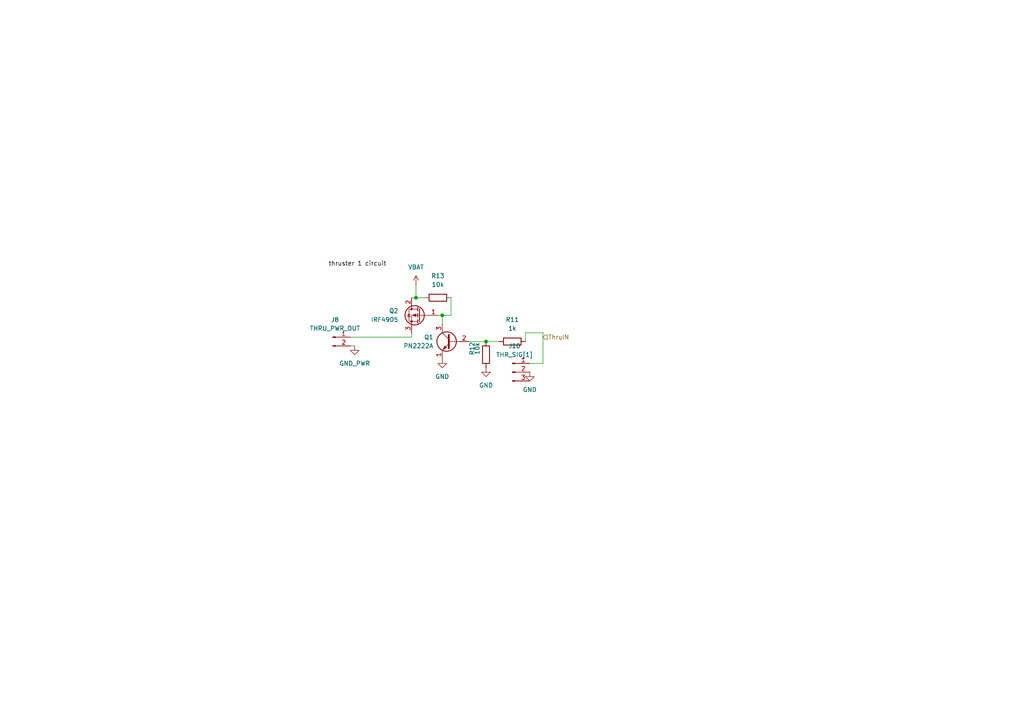
<source format=kicad_sch>
(kicad_sch (version 20250114) (generator "eeschema") (generator_version "9.0")
  (paper "A4")
  (lib_symbols
    (symbol "Connector:Conn_01x02_Pin" (pin_names (offset 1.016) (hide yes))
      (property "Reference" "J" (at 0 2.54 0))
      (property "Value" "Conn_01x02_Pin" (at 0 -5.08 0))
      (symbol "Conn_01x02_Pin_1_1"
        (rectangle (start 0.8636 0.127) (end 0 -0.127) (stroke (width 0.1524)) (fill (type outline)))
        (rectangle (start 0.8636 -2.413) (end 0 -2.667) (stroke (width 0.1524)) (fill (type outline)))
        (polyline (pts (xy 1.27 0) (xy 0.8636 0)) (stroke (width 0.1524)))
        (polyline (pts (xy 1.27 -2.54) (xy 0.8636 -2.54)) (stroke (width 0.1524)))
        (pin passive line (at 5.08 0 180) (length 3.81) (name "Pin_1") (number "1"))
        (pin passive line (at 5.08 -2.54 180) (length 3.81) (name "Pin_2") (number "2"))
      )
    )
    (symbol "Connector:Conn_01x03_Pin" (pin_names (offset 1.016) (hide yes))
      (property "Reference" "J" (at 0 5.08 0))
      (property "Value" "Conn_01x03_Pin" (at 0 -5.08 0))
      (symbol "Conn_01x03_Pin_1_1"
        (rectangle (start 0.8636 2.667) (end 0 2.413) (stroke (width 0.1524)) (fill (type outline)))
        (rectangle (start 0.8636 0.127) (end 0 -0.127) (stroke (width 0.1524)) (fill (type outline)))
        (rectangle (start 0.8636 -2.413) (end 0 -2.667) (stroke (width 0.1524)) (fill (type outline)))
        (polyline (pts (xy 1.27 2.54) (xy 0.8636 2.54)) (stroke (width 0.1524)))
        (polyline (pts (xy 1.27 0) (xy 0.8636 0)) (stroke (width 0.1524)))
        (polyline (pts (xy 1.27 -2.54) (xy 0.8636 -2.54)) (stroke (width 0.1524)))
        (pin passive line (at 5.08 2.54 180) (length 3.81) (name "Pin_1") (number "1"))
        (pin passive line (at 5.08 0 180) (length 3.81) (name "Pin_2") (number "2"))
        (pin passive line (at 5.08 -2.54 180) (length 3.81) (name "Pin_3") (number "3"))
      )
    )
    (symbol "Device:R" (pin_numbers (hide yes)) (pin_names (offset 0))
      (property "Reference" "R" (at 2.032 0 90))
      (property "Value" "R" (at 0 0 90))
      (symbol "R_0_1"
        (rectangle (start -1.016 -2.54) (end 1.016 2.54) (stroke (width 0.254)))
      )
      (symbol "R_1_1"
        (pin passive line (at 0 3.81 270) (length 1.27) (name "~") (number "1"))
        (pin passive line (at 0 -3.81 90) (length 1.27) (name "~") (number "2"))
      )
    )
    (symbol "Transistor_BJT:PN2222A" (pin_names (offset 0) (hide yes))
      (property "Reference" "Q" (at 5.08 1.905 0))
      (property "Value" "PN2222A" (at 5.08 0 0))
      (symbol "PN2222A_0_1"
        (polyline (pts (xy -2.54 0) (xy 0.635 0)))
        (polyline (pts (xy 0.635 1.905) (xy 0.635 -1.905)) (stroke (width 0.508)))
        (circle (center 1.27 0) (radius 2.8194) (stroke (width 0.254)))
      )
      (symbol "PN2222A_1_1"
        (polyline (pts (xy 0.635 0.635) (xy 2.54 2.54)))
        (polyline (pts (xy 0.635 -0.635) (xy 2.54 -2.54)))
        (polyline (pts (xy 1.27 -1.778) (xy 1.778 -1.27) (xy 2.286 -2.286) (xy 1.27 -1.778)) (fill (type outline)))
        (pin input line (at -5.08 0 0) (length 2.54) (name "B") (number "2"))
        (pin passive line (at 2.54 5.08 270) (length 2.54) (name "C") (number "3"))
        (pin passive line (at 2.54 -5.08 90) (length 2.54) (name "E") (number "1"))
      )
    )
    (symbol "Transistor_FET:IRF4905" (pin_names (hide yes))
      (property "Reference" "Q" (at 5.08 1.905 0))
      (property "Value" "IRF4905" (at 5.08 0 0))
      (symbol "IRF4905_0_1"
        (polyline (pts (xy 0.254 1.905) (xy 0.254 -1.905)) (stroke (width 0.254)))
        (polyline (pts (xy 0.254 0) (xy -2.54 0)))
        (polyline (pts (xy 0.762 2.286) (xy 0.762 1.27)) (stroke (width 0.254)))
        (polyline (pts (xy 0.762 1.778) (xy 3.302 1.778) (xy 3.302 -1.778) (xy 0.762 -1.778)))
        (polyline (pts (xy 0.762 0.508) (xy 0.762 -0.508)) (stroke (width 0.254)))
        (polyline (pts (xy 0.762 -1.27) (xy 0.762 -2.286)) (stroke (width 0.254)))
        (circle (center 1.651 0) (radius 2.794) (stroke (width 0.254)))
        (polyline (pts (xy 2.286 0) (xy 1.27 0.381) (xy 1.27 -0.381) (xy 2.286 0)) (fill (type outline)))
        (polyline (pts (xy 2.54 2.54) (xy 2.54 1.778)))
        (circle (center 2.54 1.778) (radius 0.254) (fill (type outline)))
        (circle (center 2.54 -1.778) (radius 0.254) (fill (type outline)))
        (polyline (pts (xy 2.54 -2.54) (xy 2.54 0) (xy 0.762 0)))
        (polyline (pts (xy 2.794 -0.508) (xy 2.921 -0.381) (xy 3.683 -0.381) (xy 3.81 -0.254)))
        (polyline (pts (xy 3.302 -0.381) (xy 2.921 0.254) (xy 3.683 0.254) (xy 3.302 -0.381)))
      )
      (symbol "IRF4905_1_1"
        (pin input line (at -5.08 0 0) (length 2.54) (name "G") (number "1"))
        (pin passive line (at 2.54 5.08 270) (length 2.54) (name "D") (number "2"))
        (pin passive line (at 2.54 -5.08 90) (length 2.54) (name "S") (number "3"))
      )
    )
    (symbol "power:+3.3V" (power) (pin_numbers (hide yes)) (pin_names (offset 0) (hide yes))
      (property "Value" "+3.3V" (at 0 3.556 0))
      (symbol "+3.3V_0_1"
        (polyline (pts (xy -0.762 1.27) (xy 0 2.54)))
        (polyline (pts (xy 0 2.54) (xy 0.762 1.27)))
        (polyline (pts (xy 0 0) (xy 0 2.54)))
      )
      (symbol "+3.3V_1_1"
        (pin power_in line (at 0 0 90) (length 0) (name "~") (number "1"))
      )
    )
    (symbol "power:GND" (power) (pin_numbers (hide yes)) (pin_names (offset 0) (hide yes))
      (property "Value" "GND" (at 0 -3.81 0))
      (symbol "GND_0_1"
        (polyline (pts (xy 0 0) (xy 0 -1.27) (xy 1.27 -1.27) (xy 0 -2.54) (xy -1.27 -1.27) (xy 0 -1.27)))
      )
      (symbol "GND_1_1"
        (pin power_in line (at 0 0 270) (length 0) (name "~") (number "1"))
      )
    )
  )
  (junction (at 120.65 86.36))
  (junction (at 128.27 91.44))
  (junction (at 140.97 99.06))
  (wire (pts (xy 120.65 86.36) (xy 123.19 86.36)))
  (wire (pts (xy 128.27 93.98) (xy 128.27 91.44)))
  (wire (pts (xy 157.48 105.41) (xy 157.48 96.52)))
  (wire (pts (xy 157.48 96.52) (xy 152.4 96.52)))
  (wire (pts (xy 101.6 100.33) (xy 102.87 100.33)))
  (wire (pts (xy 128.27 91.44) (xy 127 91.44)))
  (wire (pts (xy 119.38 97.79) (xy 119.38 96.52)))
  (wire (pts (xy 135.89 99.06) (xy 140.97 99.06)))
  (wire (pts (xy 130.81 91.44) (xy 128.27 91.44)))
  (wire (pts (xy 101.6 97.79) (xy 119.38 97.79)))
  (wire (pts (xy 130.81 86.36) (xy 130.81 91.44)))
  (wire (pts (xy 119.38 86.36) (xy 120.65 86.36)))
  (wire (pts (xy 120.65 82.55) (xy 120.65 86.36)))
  (wire (pts (xy 153.67 105.41) (xy 157.48 105.41)))
  (wire (pts (xy 152.4 96.52) (xy 152.4 99.06)))
  (wire (pts (xy 140.97 99.06) (xy 144.78 99.06)))
  (label "thruster 1 circuit" (at 95.25 77.47 0))
  (hierarchical_label "ThruIN" (shape input) (at 157.48 97.79 0))
  (symbol (lib_id "Connector:Conn_01x03_Pin") (at 148.59 107.95 0) (unit 1)
    (property "Reference" "J10" (at 149.225 100.33 0))
    (property "Value" "THR_SIG[1]" (at 149.225 102.87 0))
    (property "Description" "Generic connector, single row, 01x03, script generated" (effects (hide yes)))
  )
  (symbol (lib_id "power:+3.3V") (at 120.65 82.55 0) (unit 1)
    (property "Reference" "#PWR032" (effects (hide yes)))
    (property "Value" "VBAT" (at 120.65 77.47 0))
    (property "Description" "Power symbol creates a global label with name \"+3.3V\"" (effects (hide yes)))
  )
  (symbol (lib_id "power:GND") (at 140.97 106.68 0) (unit 1)
    (property "Reference" "#PWR028" (effects (hide yes)))
    (property "Value" "GND" (at 140.97 111.76 0))
    (property "Description" "Power symbol creates a global label with name \"GND\" , ground" (effects (hide yes)))
  )
  (symbol (lib_id "Connector:Conn_01x02_Pin") (at 96.52 97.79 0) (unit 1)
    (property "Reference" "J8" (at 97.155 92.71 0))
    (property "Value" "THRU_PWR_OUT" (at 97.155 95.25 0))
    (property "Description" "Generic connector, single row, 01x02, script generated" (effects (hide yes)))
  )
  (symbol (lib_id "power:GND") (at 153.67 107.95 0) (unit 1)
    (property "Reference" "#PWR029" (effects (hide yes)))
    (property "Value" "GND" (at 153.67 113.03 0))
    (property "Description" "Power symbol creates a global label with name \"GND\" , ground" (effects (hide yes)))
  )
  (symbol (lib_id "Transistor_BJT:PN2222A") (at 130.81 99.06 0) (mirror y) (unit 1)
    (property "Reference" "Q1" (at 125.73 97.7899 0) (effects (justify left)))
    (property "Value" "PN2222A" (at 125.73 100.3299 0) (effects (justify left)))
    (property "Footprint" "Package_TO_SOT_THT:TO-92_Inline" (effects (hide yes)))
    (property "Datasheet" "https://www.onsemi.com/pub/Collateral/PN2222-D.PDF" (effects (hide yes)))
    (property "Description" "1A Ic, 40V Vce, NPN Transistor, General Purpose Transistor, TO-92" (effects (hide yes)))
  )
  (symbol (lib_id "power:GND") (at 128.27 104.14 0) (unit 1)
    (property "Reference" "#PWR027" (effects (hide yes)))
    (property "Value" "GND" (at 128.27 109.22 0))
    (property "Description" "Power symbol creates a global label with name \"GND\" , ground" (effects (hide yes)))
  )
  (symbol (lib_id "power:GND") (at 102.87 100.33 0) (unit 1)
    (property "Reference" "#PWR033" (effects (hide yes)))
    (property "Value" "GND_PWR" (at 102.87 105.41 0))
    (property "Description" "Power symbol creates a global label with name \"GND\" , ground" (effects (hide yes)))
  )
  (symbol (lib_id "Device:R") (at 127 86.36 90) (unit 1)
    (property "Reference" "R13" (at 127 80.01 90))
    (property "Value" "10k" (at 127 82.55 90))
    (property "Description" "Resistor" (effects (hide yes)))
  )
  (symbol (lib_id "Device:R") (at 140.97 102.87 180) (unit 1)
    (property "Reference" "R12" (at 136.906 101.092 90))
    (property "Value" "10k" (at 138.43 101.092 90))
    (property "Description" "Resistor" (effects (hide yes)))
  )
  (symbol (lib_id "Device:R") (at 148.59 99.06 90) (unit 1)
    (property "Reference" "R11" (at 148.59 92.71 90))
    (property "Value" "1k" (at 148.59 95.25 90))
    (property "Description" "Resistor" (effects (hide yes)))
  )
  (symbol (lib_id "Transistor_FET:IRF4905") (at 121.92 91.44 0) (mirror y) (unit 1)
    (property "Reference" "Q2" (at 115.57 90.1699 0) (effects (justify left)))
    (property "Value" "IRF4905" (at 115.57 92.7099 0) (effects (justify left)))
    (property "Footprint" "Package_TO_SOT_THT:TO-220-3_Vertical" (effects (hide yes)))
    (property "Datasheet" "http://www.infineon.com/dgdl/irf4905.pdf?fileId=5546d462533600a4015355e32165197c" (effects (hide yes)))
    (property "Description" "-74A Id, -55V Vds, Single P-Channel HEXFET Power MOSFET, 20mOhm Ron, TO-220AB" (effects (hide yes)))
  )
)
</source>
